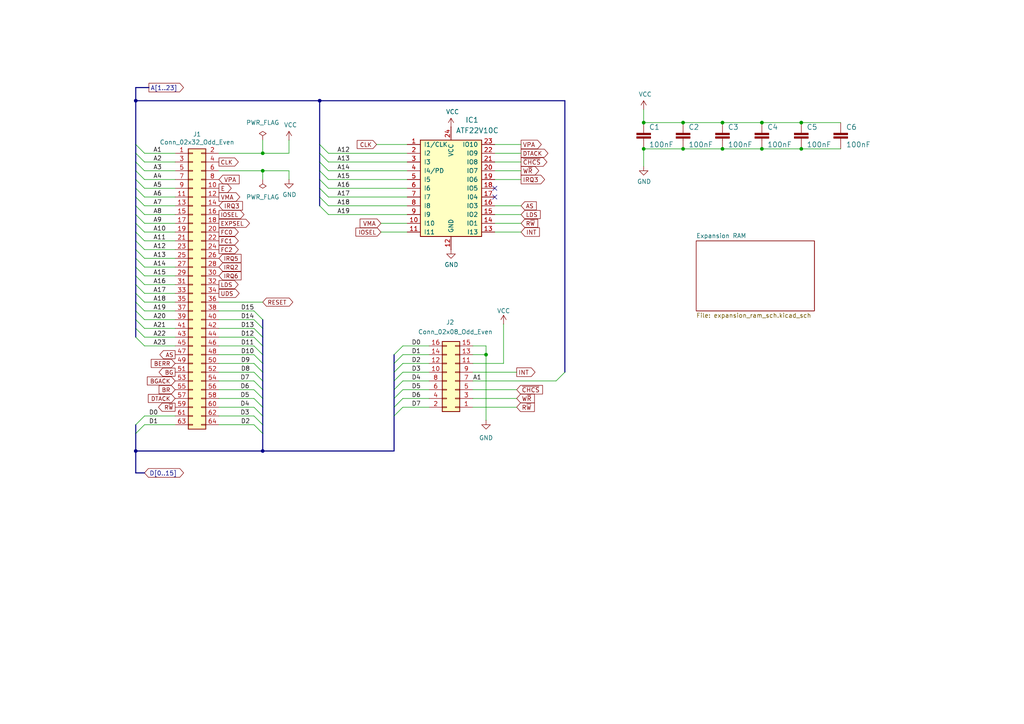
<source format=kicad_sch>
(kicad_sch (version 20231120) (generator "eeschema") (generator_version "8.0")
  (paper "A4")
  (lib_symbols
    (symbol "Connector_Generic:Conn_02x08_Odd_Even" (pin_names (offset 1.016) hide)
      (property "Reference" "J" (at 1.27 10.16 0))
      (property "Value" "Conn_02x08_Odd_Even" (at 1.27 -12.7 0))
      (symbol "Conn_02x08_Odd_Even_1_1"
        (rectangle (start -1.27 -10.033) (end 0 -10.287) (stroke (width 0.1524)))
        (rectangle (start -1.27 -7.493) (end 0 -7.747) (stroke (width 0.1524)))
        (rectangle (start -1.27 -4.953) (end 0 -5.207) (stroke (width 0.1524)))
        (rectangle (start -1.27 -2.413) (end 0 -2.667) (stroke (width 0.1524)))
        (rectangle (start -1.27 0.127) (end 0 -0.127) (stroke (width 0.1524)))
        (rectangle (start -1.27 2.667) (end 0 2.413) (stroke (width 0.1524)))
        (rectangle (start -1.27 5.207) (end 0 4.953) (stroke (width 0.1524)))
        (rectangle (start -1.27 7.747) (end 0 7.493) (stroke (width 0.1524)))
        (rectangle (start -1.27 8.89) (end 3.81 -11.43) (stroke (width 0.254)) (fill (type background)))
        (rectangle (start 3.81 -10.033) (end 2.54 -10.287) (stroke (width 0.1524)))
        (rectangle (start 3.81 -7.493) (end 2.54 -7.747) (stroke (width 0.1524)))
        (rectangle (start 3.81 -4.953) (end 2.54 -5.207) (stroke (width 0.1524)))
        (rectangle (start 3.81 -2.413) (end 2.54 -2.667) (stroke (width 0.1524)))
        (rectangle (start 3.81 0.127) (end 2.54 -0.127) (stroke (width 0.1524)))
        (rectangle (start 3.81 2.667) (end 2.54 2.413) (stroke (width 0.1524)))
        (rectangle (start 3.81 5.207) (end 2.54 4.953) (stroke (width 0.1524)))
        (rectangle (start 3.81 7.747) (end 2.54 7.493) (stroke (width 0.1524)))
        (pin passive line (at -5.08 7.62 0) (length 3.81) (name "Pin_1") (number "1"))
        (pin passive line (at 7.62 -2.54 180) (length 3.81) (name "Pin_10") (number "10"))
        (pin passive line (at -5.08 -5.08 0) (length 3.81) (name "Pin_11") (number "11"))
        (pin passive line (at 7.62 -5.08 180) (length 3.81) (name "Pin_12") (number "12"))
        (pin passive line (at -5.08 -7.62 0) (length 3.81) (name "Pin_13") (number "13"))
        (pin passive line (at 7.62 -7.62 180) (length 3.81) (name "Pin_14") (number "14"))
        (pin passive line (at -5.08 -10.16 0) (length 3.81) (name "Pin_15") (number "15"))
        (pin passive line (at 7.62 -10.16 180) (length 3.81) (name "Pin_16") (number "16"))
        (pin passive line (at 7.62 7.62 180) (length 3.81) (name "Pin_2") (number "2"))
        (pin passive line (at -5.08 5.08 0) (length 3.81) (name "Pin_3") (number "3"))
        (pin passive line (at 7.62 5.08 180) (length 3.81) (name "Pin_4") (number "4"))
        (pin passive line (at -5.08 2.54 0) (length 3.81) (name "Pin_5") (number "5"))
        (pin passive line (at 7.62 2.54 180) (length 3.81) (name "Pin_6") (number "6"))
        (pin passive line (at -5.08 0 0) (length 3.81) (name "Pin_7") (number "7"))
        (pin passive line (at 7.62 0 180) (length 3.81) (name "Pin_8") (number "8"))
        (pin passive line (at -5.08 -2.54 0) (length 3.81) (name "Pin_9") (number "9"))
      )
    )
    (symbol "Connector_Generic:Conn_02x32_Odd_Even" (pin_names (offset 1.016) hide)
      (property "Reference" "J" (at 1.27 40.64 0))
      (property "Value" "Conn_02x32_Odd_Even" (at 1.27 -43.18 0))
      (symbol "Conn_02x32_Odd_Even_1_1"
        (rectangle (start -1.27 -40.513) (end 0 -40.767) (stroke (width 0.1524)))
        (rectangle (start -1.27 -37.973) (end 0 -38.227) (stroke (width 0.1524)))
        (rectangle (start -1.27 -35.433) (end 0 -35.687) (stroke (width 0.1524)))
        (rectangle (start -1.27 -32.893) (end 0 -33.147) (stroke (width 0.1524)))
        (rectangle (start -1.27 -30.353) (end 0 -30.607) (stroke (width 0.1524)))
        (rectangle (start -1.27 -27.813) (end 0 -28.067) (stroke (width 0.1524)))
        (rectangle (start -1.27 -25.273) (end 0 -25.527) (stroke (width 0.1524)))
        (rectangle (start -1.27 -22.733) (end 0 -22.987) (stroke (width 0.1524)))
        (rectangle (start -1.27 -20.193) (end 0 -20.447) (stroke (width 0.1524)))
        (rectangle (start -1.27 -17.653) (end 0 -17.907) (stroke (width 0.1524)))
        (rectangle (start -1.27 -15.113) (end 0 -15.367) (stroke (width 0.1524)))
        (rectangle (start -1.27 -12.573) (end 0 -12.827) (stroke (width 0.1524)))
        (rectangle (start -1.27 -10.033) (end 0 -10.287) (stroke (width 0.1524)))
        (rectangle (start -1.27 -7.493) (end 0 -7.747) (stroke (width 0.1524)))
        (rectangle (start -1.27 -4.953) (end 0 -5.207) (stroke (width 0.1524)))
        (rectangle (start -1.27 -2.413) (end 0 -2.667) (stroke (width 0.1524)))
        (rectangle (start -1.27 0.127) (end 0 -0.127) (stroke (width 0.1524)))
        (rectangle (start -1.27 2.667) (end 0 2.413) (stroke (width 0.1524)))
        (rectangle (start -1.27 5.207) (end 0 4.953) (stroke (width 0.1524)))
        (rectangle (start -1.27 7.747) (end 0 7.493) (stroke (width 0.1524)))
        (rectangle (start -1.27 10.287) (end 0 10.033) (stroke (width 0.1524)))
        (rectangle (start -1.27 12.827) (end 0 12.573) (stroke (width 0.1524)))
        (rectangle (start -1.27 15.367) (end 0 15.113) (stroke (width 0.1524)))
        (rectangle (start -1.27 17.907) (end 0 17.653) (stroke (width 0.1524)))
        (rectangle (start -1.27 20.447) (end 0 20.193) (stroke (width 0.1524)))
        (rectangle (start -1.27 22.987) (end 0 22.733) (stroke (width 0.1524)))
        (rectangle (start -1.27 25.527) (end 0 25.273) (stroke (width 0.1524)))
        (rectangle (start -1.27 28.067) (end 0 27.813) (stroke (width 0.1524)))
        (rectangle (start -1.27 30.607) (end 0 30.353) (stroke (width 0.1524)))
        (rectangle (start -1.27 33.147) (end 0 32.893) (stroke (width 0.1524)))
        (rectangle (start -1.27 35.687) (end 0 35.433) (stroke (width 0.1524)))
        (rectangle (start -1.27 38.227) (end 0 37.973) (stroke (width 0.1524)))
        (rectangle (start -1.27 39.37) (end 3.81 -41.91) (stroke (width 0.254)) (fill (type background)))
        (rectangle (start 3.81 -40.513) (end 2.54 -40.767) (stroke (width 0.1524)))
        (rectangle (start 3.81 -37.973) (end 2.54 -38.227) (stroke (width 0.1524)))
        (rectangle (start 3.81 -35.433) (end 2.54 -35.687) (stroke (width 0.1524)))
        (rectangle (start 3.81 -32.893) (end 2.54 -33.147) (stroke (width 0.1524)))
        (rectangle (start 3.81 -30.353) (end 2.54 -30.607) (stroke (width 0.1524)))
        (rectangle (start 3.81 -27.813) (end 2.54 -28.067) (stroke (width 0.1524)))
        (rectangle (start 3.81 -25.273) (end 2.54 -25.527) (stroke (width 0.1524)))
        (rectangle (start 3.81 -22.733) (end 2.54 -22.987) (stroke (width 0.1524)))
        (rectangle (start 3.81 -20.193) (end 2.54 -20.447) (stroke (width 0.1524)))
        (rectangle (start 3.81 -17.653) (end 2.54 -17.907) (stroke (width 0.1524)))
        (rectangle (start 3.81 -15.113) (end 2.54 -15.367) (stroke (width 0.1524)))
        (rectangle (start 3.81 -12.573) (end 2.54 -12.827) (stroke (width 0.1524)))
        (rectangle (start 3.81 -10.033) (end 2.54 -10.287) (stroke (width 0.1524)))
        (rectangle (start 3.81 -7.493) (end 2.54 -7.747) (stroke (width 0.1524)))
        (rectangle (start 3.81 -4.953) (end 2.54 -5.207) (stroke (width 0.1524)))
        (rectangle (start 3.81 -2.413) (end 2.54 -2.667) (stroke (width 0.1524)))
        (rectangle (start 3.81 0.127) (end 2.54 -0.127) (stroke (width 0.1524)))
        (rectangle (start 3.81 2.667) (end 2.54 2.413) (stroke (width 0.1524)))
        (rectangle (start 3.81 5.207) (end 2.54 4.953) (stroke (width 0.1524)))
        (rectangle (start 3.81 7.747) (end 2.54 7.493) (stroke (width 0.1524)))
        (rectangle (start 3.81 10.287) (end 2.54 10.033) (stroke (width 0.1524)))
        (rectangle (start 3.81 12.827) (end 2.54 12.573) (stroke (width 0.1524)))
        (rectangle (start 3.81 15.367) (end 2.54 15.113) (stroke (width 0.1524)))
        (rectangle (start 3.81 17.907) (end 2.54 17.653) (stroke (width 0.1524)))
        (rectangle (start 3.81 20.447) (end 2.54 20.193) (stroke (width 0.1524)))
        (rectangle (start 3.81 22.987) (end 2.54 22.733) (stroke (width 0.1524)))
        (rectangle (start 3.81 25.527) (end 2.54 25.273) (stroke (width 0.1524)))
        (rectangle (start 3.81 28.067) (end 2.54 27.813) (stroke (width 0.1524)))
        (rectangle (start 3.81 30.607) (end 2.54 30.353) (stroke (width 0.1524)))
        (rectangle (start 3.81 33.147) (end 2.54 32.893) (stroke (width 0.1524)))
        (rectangle (start 3.81 35.687) (end 2.54 35.433) (stroke (width 0.1524)))
        (rectangle (start 3.81 38.227) (end 2.54 37.973) (stroke (width 0.1524)))
        (pin passive line (at -5.08 38.1 0) (length 3.81) (name "Pin_1") (number "1"))
        (pin passive line (at 7.62 27.94 180) (length 3.81) (name "Pin_10") (number "10"))
        (pin passive line (at -5.08 25.4 0) (length 3.81) (name "Pin_11") (number "11"))
        (pin passive line (at 7.62 25.4 180) (length 3.81) (name "Pin_12") (number "12"))
        (pin passive line (at -5.08 22.86 0) (length 3.81) (name "Pin_13") (number "13"))
        (pin passive line (at 7.62 22.86 180) (length 3.81) (name "Pin_14") (number "14"))
        (pin passive line (at -5.08 20.32 0) (length 3.81) (name "Pin_15") (number "15"))
        (pin passive line (at 7.62 20.32 180) (length 3.81) (name "Pin_16") (number "16"))
        (pin passive line (at -5.08 17.78 0) (length 3.81) (name "Pin_17") (number "17"))
        (pin passive line (at 7.62 17.78 180) (length 3.81) (name "Pin_18") (number "18"))
        (pin passive line (at -5.08 15.24 0) (length 3.81) (name "Pin_19") (number "19"))
        (pin passive line (at 7.62 38.1 180) (length 3.81) (name "Pin_2") (number "2"))
        (pin passive line (at 7.62 15.24 180) (length 3.81) (name "Pin_20") (number "20"))
        (pin passive line (at -5.08 12.7 0) (length 3.81) (name "Pin_21") (number "21"))
        (pin passive line (at 7.62 12.7 180) (length 3.81) (name "Pin_22") (number "22"))
        (pin passive line (at -5.08 10.16 0) (length 3.81) (name "Pin_23") (number "23"))
        (pin passive line (at 7.62 10.16 180) (length 3.81) (name "Pin_24") (number "24"))
        (pin passive line (at -5.08 7.62 0) (length 3.81) (name "Pin_25") (number "25"))
        (pin passive line (at 7.62 7.62 180) (length 3.81) (name "Pin_26") (number "26"))
        (pin passive line (at -5.08 5.08 0) (length 3.81) (name "Pin_27") (number "27"))
        (pin passive line (at 7.62 5.08 180) (length 3.81) (name "Pin_28") (number "28"))
        (pin passive line (at -5.08 2.54 0) (length 3.81) (name "Pin_29") (number "29"))
        (pin passive line (at -5.08 35.56 0) (length 3.81) (name "Pin_3") (number "3"))
        (pin passive line (at 7.62 2.54 180) (length 3.81) (name "Pin_30") (number "30"))
        (pin passive line (at -5.08 0 0) (length 3.81) (name "Pin_31") (number "31"))
        (pin passive line (at 7.62 0 180) (length 3.81) (name "Pin_32") (number "32"))
        (pin passive line (at -5.08 -2.54 0) (length 3.81) (name "Pin_33") (number "33"))
        (pin passive line (at 7.62 -2.54 180) (length 3.81) (name "Pin_34") (number "34"))
        (pin passive line (at -5.08 -5.08 0) (length 3.81) (name "Pin_35") (number "35"))
        (pin passive line (at 7.62 -5.08 180) (length 3.81) (name "Pin_36") (number "36"))
        (pin passive line (at -5.08 -7.62 0) (length 3.81) (name "Pin_37") (number "37"))
        (pin passive line (at 7.62 -7.62 180) (length 3.81) (name "Pin_38") (number "38"))
        (pin passive line (at -5.08 -10.16 0) (length 3.81) (name "Pin_39") (number "39"))
        (pin passive line (at 7.62 35.56 180) (length 3.81) (name "Pin_4") (number "4"))
        (pin passive line (at 7.62 -10.16 180) (length 3.81) (name "Pin_40") (number "40"))
        (pin passive line (at -5.08 -12.7 0) (length 3.81) (name "Pin_41") (number "41"))
        (pin passive line (at 7.62 -12.7 180) (length 3.81) (name "Pin_42") (number "42"))
        (pin passive line (at -5.08 -15.24 0) (length 3.81) (name "Pin_43") (number "43"))
        (pin passive line (at 7.62 -15.24 180) (length 3.81) (name "Pin_44") (number "44"))
        (pin passive line (at -5.08 -17.78 0) (length 3.81) (name "Pin_45") (number "45"))
        (pin passive line (at 7.62 -17.78 180) (length 3.81) (name "Pin_46") (number "46"))
        (pin passive line (at -5.08 -20.32 0) (length 3.81) (name "Pin_47") (number "47"))
        (pin passive line (at 7.62 -20.32 180) (length 3.81) (name "Pin_48") (number "48"))
        (pin passive line (at -5.08 -22.86 0) (length 3.81) (name "Pin_49") (number "49"))
        (pin passive line (at -5.08 33.02 0) (length 3.81) (name "Pin_5") (number "5"))
        (pin passive line (at 7.62 -22.86 180) (length 3.81) (name "Pin_50") (number "50"))
        (pin passive line (at -5.08 -25.4 0) (length 3.81) (name "Pin_51") (number "51"))
        (pin passive line (at 7.62 -25.4 180) (length 3.81) (name "Pin_52") (number "52"))
        (pin passive line (at -5.08 -27.94 0) (length 3.81) (name "Pin_53") (number "53"))
        (pin passive line (at 7.62 -27.94 180) (length 3.81) (name "Pin_54") (number "54"))
        (pin passive line (at -5.08 -30.48 0) (length 3.81) (name "Pin_55") (number "55"))
        (pin passive line (at 7.62 -30.48 180) (length 3.81) (name "Pin_56") (number "56"))
        (pin passive line (at -5.08 -33.02 0) (length 3.81) (name "Pin_57") (number "57"))
        (pin passive line (at 7.62 -33.02 180) (length 3.81) (name "Pin_58") (number "58"))
        (pin passive line (at -5.08 -35.56 0) (length 3.81) (name "Pin_59") (number "59"))
        (pin passive line (at 7.62 33.02 180) (length 3.81) (name "Pin_6") (number "6"))
        (pin passive line (at 7.62 -35.56 180) (length 3.81) (name "Pin_60") (number "60"))
        (pin passive line (at -5.08 -38.1 0) (length 3.81) (name "Pin_61") (number "61"))
        (pin passive line (at 7.62 -38.1 180) (length 3.81) (name "Pin_62") (number "62"))
        (pin passive line (at -5.08 -40.64 0) (length 3.81) (name "Pin_63") (number "63"))
        (pin passive line (at 7.62 -40.64 180) (length 3.81) (name "Pin_64") (number "64"))
        (pin passive line (at -5.08 30.48 0) (length 3.81) (name "Pin_7") (number "7"))
        (pin passive line (at 7.62 30.48 180) (length 3.81) (name "Pin_8") (number "8"))
        (pin passive line (at -5.08 27.94 0) (length 3.81) (name "Pin_9") (number "9"))
      )
    )
    (symbol "power:GND" (power) (pin_numbers hide) (pin_names (offset 0) hide)
      (property "Value" "GND" (at 0 -3.81 0))
      (symbol "GND_0_1"
        (polyline (pts (xy 0 0) (xy 0 -1.27) (xy 1.27 -1.27) (xy 0 -2.54) (xy -1.27 -1.27) (xy 0 -1.27)))
      )
      (symbol "GND_1_1"
        (pin power_in line (at 0 0 270) (length 0) (name "~") (number "1"))
      )
    )
    (symbol "power:PWR_FLAG" (power) (pin_numbers hide) (pin_names (offset 0) hide)
      (property "Value" "PWR_FLAG" (at 0 3.81 0))
      (symbol "PWR_FLAG_0_0"
        (pin power_out line (at 0 0 90) (length 0) (name "~") (number "1"))
      )
      (symbol "PWR_FLAG_0_1"
        (polyline (pts (xy 0 0) (xy 0 1.27) (xy -1.016 1.905) (xy 0 2.54) (xy 1.016 1.905) (xy 0 1.27)))
      )
    )
    (symbol "power:VCC" (power) (pin_numbers hide) (pin_names (offset 0) hide)
      (property "Value" "VCC" (at 0 3.556 0))
      (symbol "VCC_0_1"
        (polyline (pts (xy -0.762 1.27) (xy 0 2.54)))
        (polyline (pts (xy 0 0) (xy 0 2.54)))
        (polyline (pts (xy 0 2.54) (xy 0.762 1.27)))
      )
      (symbol "VCC_1_1"
        (pin power_in line (at 0 0 90) (length 0) (name "~") (number "1"))
      )
    )
    (symbol "rosco_m68k-eagle-import:C2,5-3" (pin_names (offset 1.016))
      (property "Reference" "C" (at 1.524 0.381 0))
      (property "Value" "C2,5-3" (at 1.524 -4.699 0))
      (symbol "C2,5-3_1_0"
        (rectangle (start -2.032 -2.032) (end 2.032 -1.524) (fill (type outline)))
        (rectangle (start -2.032 -1.016) (end 2.032 -0.508) (fill (type outline)))
        (polyline (pts (xy 0 -2.54) (xy 0 -2.032)))
        (polyline (pts (xy 0 0) (xy 0 -0.508)))
        (pin passive line (at 0 2.54 270) (length 2.54) (name "1") (number "1"))
        (pin passive line (at 0 -5.08 90) (length 2.54) (name "2") (number "2"))
      )
    )
    (symbol "rosco_m68k-rescue:GAL22V10" (pin_names (offset 1.016))
      (property "Reference" "IC" (at -8.89 16.51 0))
      (property "Value" "GAL22V10" (at 1.27 16.51 0))
      (symbol "GAL22V10_0_0"
        (pin power_in line (at 0 -17.78 90) (length 3.81) (name "GND") (number "12"))
        (pin power_in line (at 0 17.78 270) (length 3.81) (name "VCC") (number "24"))
      )
      (symbol "GAL22V10_0_1"
        (rectangle (start -8.89 13.97) (end 8.89 -13.97) (stroke (width 0.254)) (fill (type background)))
      )
      (symbol "GAL22V10_1_1"
        (pin input line (at -12.7 12.7 0) (length 3.81) (name "I1/CLK") (number "1"))
        (pin input line (at -12.7 -10.16 0) (length 3.81) (name "I10") (number "10"))
        (pin input line (at -12.7 -12.7 0) (length 3.81) (name "I11") (number "11"))
        (pin input line (at 12.7 -12.7 180) (length 3.81) (name "I13") (number "13"))
        (pin bidirectional line (at 12.7 -10.16 180) (length 3.81) (name "IO1") (number "14"))
        (pin bidirectional line (at 12.7 -7.62 180) (length 3.81) (name "IO2") (number "15"))
        (pin bidirectional line (at 12.7 -5.08 180) (length 3.81) (name "IO3") (number "16"))
        (pin bidirectional line (at 12.7 -2.54 180) (length 3.81) (name "I04") (number "17"))
        (pin bidirectional line (at 12.7 0 180) (length 3.81) (name "IO5") (number "18"))
        (pin bidirectional line (at 12.7 2.54 180) (length 3.81) (name "IO6") (number "19"))
        (pin input line (at -12.7 10.16 0) (length 3.81) (name "I2") (number "2"))
        (pin bidirectional line (at 12.7 5.08 180) (length 3.81) (name "IO7") (number "20"))
        (pin bidirectional line (at 12.7 7.62 180) (length 3.81) (name "IO8") (number "21"))
        (pin bidirectional line (at 12.7 10.16 180) (length 3.81) (name "IO9") (number "22"))
        (pin bidirectional line (at 12.7 12.7 180) (length 3.81) (name "IO10") (number "23"))
        (pin input line (at -12.7 7.62 0) (length 3.81) (name "I3") (number "3"))
        (pin input line (at -12.7 5.08 0) (length 3.81) (name "I4/PD") (number "4"))
        (pin input line (at -12.7 2.54 0) (length 3.81) (name "I5") (number "5"))
        (pin input line (at -12.7 0 0) (length 3.81) (name "I6") (number "6"))
        (pin input line (at -12.7 -2.54 0) (length 3.81) (name "I7") (number "7"))
        (pin input line (at -12.7 -5.08 0) (length 3.81) (name "I8") (number "8"))
        (pin input line (at -12.7 -7.62 0) (length 3.81) (name "I9") (number "9"))
      )
    )
  )
  (junction (at 76.2 49.53))
  (junction (at 209.55 43.18))
  (junction (at 92.71 29.21))
  (junction (at 220.98 35.56))
  (junction (at 232.41 43.18))
  (junction (at 198.12 35.56))
  (junction (at 220.98 43.18))
  (junction (at 198.12 43.18))
  (junction (at 39.37 29.21))
  (junction (at 39.37 130.81))
  (junction (at 209.55 35.56))
  (junction (at 140.97 102.87))
  (junction (at 76.2 44.45))
  (junction (at 76.2 130.81))
  (junction (at 232.41 35.56))
  (junction (at 186.69 43.18))
  (junction (at 186.69 35.56))
  (no_connect (at 143.51 54.61))
  (no_connect (at 143.51 57.15))
  (bus_entry (at 92.71 59.69) (size 2.54 2.54))
  (bus_entry (at 39.37 82.55) (size 2.54 2.54))
  (bus_entry (at 39.37 87.63) (size 2.54 2.54))
  (bus_entry (at 39.37 52.07) (size 2.54 2.54))
  (bus_entry (at 39.37 64.77) (size 2.54 2.54))
  (bus_entry (at 73.66 90.17) (size 2.54 2.54))
  (bus_entry (at 92.71 41.91) (size 2.54 2.54))
  (bus_entry (at 73.66 105.41) (size 2.54 2.54))
  (bus_entry (at 73.66 95.25) (size 2.54 2.54))
  (bus_entry (at 92.71 44.45) (size 2.54 2.54))
  (bus_entry (at 73.66 118.11) (size 2.54 2.54))
  (bus_entry (at 73.66 92.71) (size 2.54 2.54))
  (bus_entry (at 39.37 80.01) (size 2.54 2.54))
  (bus_entry (at 114.3 118.11) (size 2.54 -2.54))
  (bus_entry (at 39.37 46.99) (size 2.54 2.54))
  (bus_entry (at 39.37 123.19) (size 2.54 -2.54))
  (bus_entry (at 39.37 59.69) (size 2.54 2.54))
  (bus_entry (at 39.37 90.17) (size 2.54 2.54))
  (bus_entry (at 39.37 77.47) (size 2.54 2.54))
  (bus_entry (at 73.66 107.95) (size 2.54 2.54))
  (bus_entry (at 114.3 115.57) (size 2.54 -2.54))
  (bus_entry (at 39.37 54.61) (size 2.54 2.54))
  (bus_entry (at 92.71 57.15) (size 2.54 2.54))
  (bus_entry (at 73.66 120.65) (size 2.54 2.54))
  (bus_entry (at 39.37 72.39) (size 2.54 2.54))
  (bus_entry (at 39.37 49.53) (size 2.54 2.54))
  (bus_entry (at 73.66 100.33) (size 2.54 2.54))
  (bus_entry (at 114.3 110.49) (size 2.54 -2.54))
  (bus_entry (at 39.37 57.15) (size 2.54 2.54))
  (bus_entry (at 39.37 125.73) (size 2.54 -2.54))
  (bus_entry (at 114.3 102.87) (size 2.54 -2.54))
  (bus_entry (at 39.37 92.71) (size 2.54 2.54))
  (bus_entry (at 114.3 113.03) (size 2.54 -2.54))
  (bus_entry (at 114.3 120.65) (size 2.54 -2.54))
  (bus_entry (at 39.37 41.91) (size 2.54 2.54))
  (bus_entry (at 73.66 110.49) (size 2.54 2.54))
  (bus_entry (at 73.66 115.57) (size 2.54 2.54))
  (bus_entry (at 114.3 107.95) (size 2.54 -2.54))
  (bus_entry (at 161.29 110.49) (size 2.54 -2.54))
  (bus_entry (at 114.3 105.41) (size 2.54 -2.54))
  (bus_entry (at 39.37 95.25) (size 2.54 2.54))
  (bus_entry (at 73.66 113.03) (size 2.54 2.54))
  (bus_entry (at 39.37 69.85) (size 2.54 2.54))
  (bus_entry (at 73.66 97.79) (size 2.54 2.54))
  (bus_entry (at 92.71 49.53) (size 2.54 2.54))
  (bus_entry (at 92.71 54.61) (size 2.54 2.54))
  (bus_entry (at 39.37 85.09) (size 2.54 2.54))
  (bus_entry (at 39.37 74.93) (size 2.54 2.54))
  (bus_entry (at 39.37 67.31) (size 2.54 2.54))
  (bus_entry (at 39.37 62.23) (size 2.54 2.54))
  (bus_entry (at 73.66 123.19) (size 2.54 2.54))
  (bus_entry (at 92.71 52.07) (size 2.54 2.54))
  (bus_entry (at 73.66 102.87) (size 2.54 2.54))
  (bus_entry (at 92.71 46.99) (size 2.54 2.54))
  (bus_entry (at 39.37 97.79) (size 2.54 2.54))
  (bus_entry (at 39.37 44.45) (size 2.54 2.54))
  (bus (pts (xy 39.37 77.47) (xy 39.37 74.93)))
  (wire (pts (xy 116.84 102.87) (xy 124.46 102.87)))
  (bus (pts (xy 39.37 90.17) (xy 39.37 87.63)))
  (wire (pts (xy 41.91 87.63) (xy 50.8 87.63)))
  (bus (pts (xy 39.37 64.77) (xy 39.37 62.23)))
  (bus (pts (xy 39.37 25.4) (xy 39.37 29.21)))
  (bus (pts (xy 76.2 95.25) (xy 76.2 97.79)))
  (wire (pts (xy 116.84 113.03) (xy 124.46 113.03)))
  (bus (pts (xy 39.37 57.15) (xy 39.37 54.61)))
  (wire (pts (xy 63.5 95.25) (xy 73.66 95.25)))
  (bus (pts (xy 92.71 41.91) (xy 92.71 44.45)))
  (wire (pts (xy 137.16 105.41) (xy 146.05 105.41)))
  (wire (pts (xy 41.91 69.85) (xy 50.8 69.85)))
  (wire (pts (xy 137.16 115.57) (xy 149.86 115.57)))
  (wire (pts (xy 109.22 41.91) (xy 118.11 41.91)))
  (bus (pts (xy 76.2 92.71) (xy 76.2 95.25)))
  (bus (pts (xy 39.37 41.91) (xy 39.37 29.21)))
  (wire (pts (xy 41.91 44.45) (xy 50.8 44.45)))
  (wire (pts (xy 137.16 118.11) (xy 149.86 118.11)))
  (wire (pts (xy 116.84 118.11) (xy 124.46 118.11)))
  (bus (pts (xy 41.91 137.16) (xy 39.37 137.16)))
  (bus (pts (xy 43.18 25.4) (xy 39.37 25.4)))
  (bus (pts (xy 92.71 29.21) (xy 92.71 41.91)))
  (wire (pts (xy 137.16 110.49) (xy 161.29 110.49)))
  (wire (pts (xy 41.91 100.33) (xy 50.8 100.33)))
  (wire (pts (xy 209.55 35.56) (xy 220.98 35.56)))
  (wire (pts (xy 41.91 97.79) (xy 50.8 97.79)))
  (bus (pts (xy 39.37 82.55) (xy 39.37 80.01)))
  (bus (pts (xy 39.37 69.85) (xy 39.37 67.31)))
  (bus (pts (xy 92.71 49.53) (xy 92.71 52.07)))
  (wire (pts (xy 95.25 49.53) (xy 118.11 49.53)))
  (wire (pts (xy 143.51 44.45) (xy 151.13 44.45)))
  (bus (pts (xy 39.37 97.79) (xy 39.37 95.25)))
  (wire (pts (xy 95.25 59.69) (xy 118.11 59.69)))
  (wire (pts (xy 143.51 59.69) (xy 151.13 59.69)))
  (wire (pts (xy 186.69 35.56) (xy 198.12 35.56)))
  (wire (pts (xy 41.91 80.01) (xy 50.8 80.01)))
  (bus (pts (xy 39.37 125.73) (xy 39.37 130.81)))
  (bus (pts (xy 39.37 95.25) (xy 39.37 92.71)))
  (wire (pts (xy 137.16 102.87) (xy 140.97 102.87)))
  (wire (pts (xy 110.49 67.31) (xy 118.11 67.31)))
  (wire (pts (xy 209.55 43.18) (xy 220.98 43.18)))
  (bus (pts (xy 114.3 107.95) (xy 114.3 110.49)))
  (bus (pts (xy 163.83 29.21) (xy 163.83 107.95)))
  (wire (pts (xy 140.97 100.33) (xy 140.97 102.87)))
  (wire (pts (xy 63.5 118.11) (xy 73.66 118.11)))
  (bus (pts (xy 39.37 72.39) (xy 39.37 69.85)))
  (wire (pts (xy 116.84 100.33) (xy 124.46 100.33)))
  (wire (pts (xy 63.5 120.65) (xy 73.66 120.65)))
  (bus (pts (xy 76.2 130.81) (xy 39.37 130.81)))
  (wire (pts (xy 41.91 54.61) (xy 50.8 54.61)))
  (bus (pts (xy 39.37 137.16) (xy 39.37 130.81)))
  (bus (pts (xy 114.3 120.65) (xy 114.3 130.81)))
  (bus (pts (xy 39.37 52.07) (xy 39.37 49.53)))
  (wire (pts (xy 63.5 113.03) (xy 73.66 113.03)))
  (bus (pts (xy 39.37 49.53) (xy 39.37 46.99)))
  (wire (pts (xy 63.5 107.95) (xy 73.66 107.95)))
  (bus (pts (xy 39.37 54.61) (xy 39.37 52.07)))
  (wire (pts (xy 76.2 49.53) (xy 76.2 52.07)))
  (wire (pts (xy 143.51 49.53) (xy 151.13 49.53)))
  (bus (pts (xy 76.2 125.73) (xy 76.2 130.81)))
  (bus (pts (xy 76.2 107.95) (xy 76.2 110.49)))
  (bus (pts (xy 92.71 54.61) (xy 92.71 57.15)))
  (wire (pts (xy 63.5 97.79) (xy 73.66 97.79)))
  (wire (pts (xy 41.91 67.31) (xy 50.8 67.31)))
  (wire (pts (xy 95.25 52.07) (xy 118.11 52.07)))
  (bus (pts (xy 92.71 57.15) (xy 92.71 59.69)))
  (wire (pts (xy 220.98 43.18) (xy 232.41 43.18)))
  (bus (pts (xy 114.3 110.49) (xy 114.3 113.03)))
  (bus (pts (xy 76.2 97.79) (xy 76.2 100.33)))
  (wire (pts (xy 41.91 57.15) (xy 50.8 57.15)))
  (wire (pts (xy 76.2 44.45) (xy 83.82 44.45)))
  (bus (pts (xy 39.37 85.09) (xy 39.37 82.55)))
  (wire (pts (xy 95.25 46.99) (xy 118.11 46.99)))
  (wire (pts (xy 41.91 49.53) (xy 50.8 49.53)))
  (bus (pts (xy 92.71 44.45) (xy 92.71 46.99)))
  (wire (pts (xy 198.12 43.18) (xy 209.55 43.18)))
  (bus (pts (xy 92.71 29.21) (xy 163.83 29.21)))
  (wire (pts (xy 137.16 107.95) (xy 149.86 107.95)))
  (wire (pts (xy 63.5 110.49) (xy 73.66 110.49)))
  (wire (pts (xy 41.91 74.93) (xy 50.8 74.93)))
  (wire (pts (xy 116.84 107.95) (xy 124.46 107.95)))
  (wire (pts (xy 41.91 59.69) (xy 50.8 59.69)))
  (wire (pts (xy 63.5 102.87) (xy 73.66 102.87)))
  (wire (pts (xy 232.41 35.56) (xy 243.84 35.56)))
  (wire (pts (xy 41.91 95.25) (xy 50.8 95.25)))
  (wire (pts (xy 63.5 90.17) (xy 73.66 90.17)))
  (wire (pts (xy 95.25 57.15) (xy 118.11 57.15)))
  (wire (pts (xy 41.91 62.23) (xy 50.8 62.23)))
  (wire (pts (xy 186.69 48.26) (xy 186.69 43.18)))
  (wire (pts (xy 41.91 72.39) (xy 50.8 72.39)))
  (wire (pts (xy 95.25 44.45) (xy 118.11 44.45)))
  (wire (pts (xy 76.2 49.53) (xy 83.82 49.53)))
  (wire (pts (xy 83.82 40.64) (xy 83.82 44.45)))
  (bus (pts (xy 114.3 102.87) (xy 114.3 105.41)))
  (wire (pts (xy 137.16 100.33) (xy 140.97 100.33)))
  (wire (pts (xy 63.5 49.53) (xy 76.2 49.53)))
  (wire (pts (xy 116.84 105.41) (xy 124.46 105.41)))
  (wire (pts (xy 63.5 44.45) (xy 76.2 44.45)))
  (wire (pts (xy 76.2 40.64) (xy 76.2 44.45)))
  (wire (pts (xy 143.51 62.23) (xy 151.13 62.23)))
  (wire (pts (xy 95.25 62.23) (xy 118.11 62.23)))
  (bus (pts (xy 39.37 29.21) (xy 92.71 29.21)))
  (wire (pts (xy 186.69 43.18) (xy 198.12 43.18)))
  (wire (pts (xy 63.5 105.41) (xy 73.66 105.41)))
  (wire (pts (xy 95.25 54.61) (xy 118.11 54.61)))
  (wire (pts (xy 220.98 35.56) (xy 232.41 35.56)))
  (bus (pts (xy 39.37 44.45) (xy 39.37 41.91)))
  (wire (pts (xy 41.91 64.77) (xy 50.8 64.77)))
  (wire (pts (xy 143.51 46.99) (xy 151.13 46.99)))
  (wire (pts (xy 186.69 31.75) (xy 186.69 35.56)))
  (bus (pts (xy 76.2 115.57) (xy 76.2 118.11)))
  (bus (pts (xy 39.37 80.01) (xy 39.37 77.47)))
  (wire (pts (xy 143.51 52.07) (xy 151.13 52.07)))
  (wire (pts (xy 146.05 105.41) (xy 146.05 93.98)))
  (wire (pts (xy 63.5 123.19) (xy 73.66 123.19)))
  (bus (pts (xy 76.2 123.19) (xy 76.2 125.73)))
  (wire (pts (xy 116.84 110.49) (xy 124.46 110.49)))
  (wire (pts (xy 41.91 46.99) (xy 50.8 46.99)))
  (bus (pts (xy 76.2 110.49) (xy 76.2 113.03)))
  (bus (pts (xy 114.3 113.03) (xy 114.3 115.57)))
  (wire (pts (xy 76.2 87.63) (xy 63.5 87.63)))
  (wire (pts (xy 232.41 43.18) (xy 243.84 43.18)))
  (bus (pts (xy 76.2 113.03) (xy 76.2 115.57)))
  (wire (pts (xy 143.51 64.77) (xy 151.13 64.77)))
  (wire (pts (xy 83.82 49.53) (xy 83.82 52.07)))
  (wire (pts (xy 41.91 77.47) (xy 50.8 77.47)))
  (wire (pts (xy 137.16 113.03) (xy 149.86 113.03)))
  (bus (pts (xy 39.37 123.19) (xy 39.37 125.73)))
  (bus (pts (xy 76.2 100.33) (xy 76.2 102.87)))
  (bus (pts (xy 39.37 67.31) (xy 39.37 64.77)))
  (wire (pts (xy 198.12 35.56) (xy 209.55 35.56)))
  (bus (pts (xy 39.37 46.99) (xy 39.37 44.45)))
  (wire (pts (xy 143.51 41.91) (xy 151.13 41.91)))
  (wire (pts (xy 41.91 85.09) (xy 50.8 85.09)))
  (bus (pts (xy 76.2 102.87) (xy 76.2 105.41)))
  (wire (pts (xy 140.97 102.87) (xy 140.97 121.92)))
  (wire (pts (xy 41.91 90.17) (xy 50.8 90.17)))
  (bus (pts (xy 114.3 118.11) (xy 114.3 120.65)))
  (bus (pts (xy 39.37 74.93) (xy 39.37 72.39)))
  (bus (pts (xy 76.2 130.81) (xy 114.3 130.81)))
  (wire (pts (xy 143.51 67.31) (xy 151.13 67.31)))
  (bus (pts (xy 92.71 46.99) (xy 92.71 49.53)))
  (bus (pts (xy 114.3 115.57) (xy 114.3 118.11)))
  (wire (pts (xy 63.5 115.57) (xy 73.66 115.57)))
  (wire (pts (xy 41.91 52.07) (xy 50.8 52.07)))
  (bus (pts (xy 39.37 92.71) (xy 39.37 90.17)))
  (bus (pts (xy 76.2 120.65) (xy 76.2 123.19)))
  (bus (pts (xy 39.37 59.69) (xy 39.37 57.15)))
  (wire (pts (xy 41.91 123.19) (xy 50.8 123.19)))
  (bus (pts (xy 114.3 105.41) (xy 114.3 107.95)))
  (bus (pts (xy 76.2 118.11) (xy 76.2 120.65)))
  (wire (pts (xy 41.91 92.71) (xy 50.8 92.71)))
  (wire (pts (xy 116.84 115.57) (xy 124.46 115.57)))
  (bus (pts (xy 39.37 62.23) (xy 39.37 59.69)))
  (wire (pts (xy 110.49 64.77) (xy 118.11 64.77)))
  (wire (pts (xy 41.91 120.65) (xy 50.8 120.65)))
  (bus (pts (xy 39.37 87.63) (xy 39.37 85.09)))
  (wire (pts (xy 63.5 92.71) (xy 73.66 92.71)))
  (bus (pts (xy 92.71 52.07) (xy 92.71 54.61)))
  (bus (pts (xy 76.2 105.41) (xy 76.2 107.95)))
  (wire (pts (xy 63.5 100.33) (xy 73.66 100.33)))
  (wire (pts (xy 41.91 82.55) (xy 50.8 82.55)))
  (label "A13" (at 97.79 46.99 0))
  (label "A8" (at 44.45 62.23 0))
  (label "A23" (at 44.45 100.33 0))
  (label "A4" (at 44.45 52.07 0))
  (label "D7" (at 119.38 118.11 0))
  (label "A14" (at 97.79 49.53 0))
  (label "D11" (at 69.85 100.33 0))
  (label "A11" (at 44.45 69.85 0))
  (label "A2" (at 44.45 46.99 0))
  (label "D4" (at 119.38 110.49 0))
  (label "D4" (at 72.39 118.11 180))
  (label "A12" (at 44.45 72.39 0))
  (label "A16" (at 44.45 82.55 0))
  (label "A10" (at 44.45 67.31 0))
  (label "D2" (at 69.85 123.19 0))
  (label "A1" (at 137.16 110.49 0))
  (label "A16" (at 97.79 54.61 0))
  (label "A3" (at 44.45 49.53 0))
  (label "A9" (at 44.45 64.77 0))
  (label "A17" (at 44.45 85.09 0))
  (label "D5" (at 72.39 115.57 180))
  (label "D6" (at 72.39 113.03 180))
  (label "D0" (at 119.38 100.33 0))
  (label "A6" (at 44.45 57.15 0))
  (label "D8" (at 69.85 107.95 0))
  (label "D13" (at 69.85 95.25 0))
  (label "D14" (at 69.85 92.71 0))
  (label "D2" (at 119.38 105.41 0))
  (label "A18" (at 97.79 59.69 0))
  (label "A17" (at 97.79 57.15 0))
  (label "D0" (at 43.18 120.65 0))
  (label "D12" (at 69.85 97.79 0))
  (label "D7" (at 72.39 110.49 180))
  (label "D6" (at 119.38 115.57 0))
  (label "A5" (at 44.45 54.61 0))
  (label "A12" (at 97.79 44.45 0))
  (label "A15" (at 44.45 80.01 0))
  (label "D3" (at 119.38 107.95 0))
  (label "D9" (at 69.85 105.41 0))
  (label "D15" (at 69.85 90.17 0))
  (label "A15" (at 97.79 52.07 0))
  (label "D1" (at 43.18 123.19 0))
  (label "D5" (at 119.38 113.03 0))
  (label "A19" (at 97.79 62.23 0))
  (label "A13" (at 44.45 74.93 0))
  (label "A19" (at 44.45 90.17 0))
  (label "A18" (at 44.45 87.63 0))
  (label "A20" (at 44.45 92.71 0))
  (label "D10" (at 69.85 102.87 0))
  (label "A7" (at 44.45 59.69 0))
  (label "D1" (at 119.38 102.87 0))
  (label "D3" (at 72.39 120.65 180))
  (label "A14" (at 44.45 77.47 0))
  (label "A22" (at 44.45 97.79 0))
  (label "A1" (at 44.45 44.45 0))
  (label "A21" (at 44.45 95.25 0))
  (global_label "R~{W}" (shape output) (at 50.8 118.11 180) (effects (font (size 1.1938 1.1938))) (property "Intersheetrefs" "${INTERSHEET_REFS}" (effects (hide yes))))
  (global_label "VMA" (shape output) (at 63.5 57.15 0) (property "Intersheetrefs" "${INTERSHEET_REFS}" (effects (hide yes))))
  (global_label "FC2" (shape output) (at 63.5 72.39 0) (effects (font (size 1.1938 1.1938))) (property "Intersheetrefs" "${INTERSHEET_REFS}" (effects (hide yes))))
  (global_label "LDS" (shape input) (at 151.13 62.23 0) (effects (font (size 1.1938 1.1938))) (property "Intersheetrefs" "${INTERSHEET_REFS}" (effects (hide yes))))
  (global_label "DTACK" (shape input) (at 50.8 115.57 180) (effects (font (size 1.1938 1.1938))) (property "Intersheetrefs" "${INTERSHEET_REFS}" (effects (hide yes))))
  (global_label "INT" (shape input) (at 151.13 67.31 0) (property "Intersheetrefs" "${INTERSHEET_REFS}" (effects (hide yes))))
  (global_label "VPA" (shape input) (at 63.5 52.07 0) (property "Intersheetrefs" "${INTERSHEET_REFS}" (effects (hide yes))))
  (global_label "IRQ3" (shape input) (at 63.5 59.69 0) (property "Intersheetrefs" "${INTERSHEET_REFS}" (effects (hide yes))))
  (global_label "INT" (shape output) (at 149.86 107.95 0) (property "Intersheetrefs" "${INTERSHEET_REFS}" (effects (hide yes))))
  (global_label "IRQ5" (shape input) (at 63.5 74.93 0) (effects (font (size 1.1938 1.1938))) (property "Intersheetrefs" "${INTERSHEET_REFS}" (effects (hide yes))))
  (global_label "IOSEL" (shape output) (at 63.5 62.23 0) (effects (font (size 1.1938 1.1938))) (property "Intersheetrefs" "${INTERSHEET_REFS}" (effects (hide yes))))
  (global_label "D[0..15]" (shape bidirectional) (at 41.91 137.16 0) (property "Intersheetrefs" "${INTERSHEET_REFS}" (effects (hide yes))))
  (global_label "BGACK" (shape input) (at 50.8 110.49 180) (effects (font (size 1.1938 1.1938))) (property "Intersheetrefs" "${INTERSHEET_REFS}" (effects (hide yes))))
  (global_label "LDS" (shape output) (at 63.5 82.55 0) (effects (font (size 1.1938 1.1938))) (property "Intersheetrefs" "${INTERSHEET_REFS}" (effects (hide yes))))
  (global_label "~{CHCS}" (shape input) (at 149.86 113.03 0) (property "Intersheetrefs" "${INTERSHEET_REFS}" (effects (hide yes))))
  (global_label "AS" (shape input) (at 151.13 59.69 0) (effects (font (size 1.1938 1.1938))) (property "Intersheetrefs" "${INTERSHEET_REFS}" (effects (hide yes))))
  (global_label "BERR" (shape input) (at 50.8 105.41 180) (effects (font (size 1.1938 1.1938))) (property "Intersheetrefs" "${INTERSHEET_REFS}" (effects (hide yes))))
  (global_label "E" (shape output) (at 63.5 54.61 0) (property "Intersheetrefs" "${INTERSHEET_REFS}" (effects (hide yes))))
  (global_label "A[1..23]" (shape output) (at 43.18 25.4 0) (property "Intersheetrefs" "${INTERSHEET_REFS}" (effects (hide yes))))
  (global_label "CLK" (shape output) (at 63.5 46.99 0) (effects (font (size 1.1938 1.1938))) (property "Intersheetrefs" "${INTERSHEET_REFS}" (effects (hide yes))))
  (global_label "FC0" (shape output) (at 63.5 67.31 0) (effects (font (size 1.1938 1.1938))) (property "Intersheetrefs" "${INTERSHEET_REFS}" (effects (hide yes))))
  (global_label "RESET" (shape bidirectional) (at 76.2 87.63 0) (effects (font (size 1.1938 1.1938))) (property "Intersheetrefs" "${INTERSHEET_REFS}" (effects (hide yes))))
  (global_label "W~{R}" (shape output) (at 151.13 49.53 0) (property "Intersheetrefs" "${INTERSHEET_REFS}" (effects (hide yes))))
  (global_label "AS" (shape output) (at 50.8 102.87 180) (effects (font (size 1.1938 1.1938))) (property "Intersheetrefs" "${INTERSHEET_REFS}" (effects (hide yes))))
  (global_label "~{CHCS}" (shape output) (at 151.13 46.99 0) (property "Intersheetrefs" "${INTERSHEET_REFS}" (effects (hide yes))))
  (global_label "VMA" (shape input) (at 110.49 64.77 180) (property "Intersheetrefs" "${INTERSHEET_REFS}" (effects (hide yes))))
  (global_label "CLK" (shape input) (at 109.22 41.91 180) (effects (font (size 1.1938 1.1938))) (property "Intersheetrefs" "${INTERSHEET_REFS}" (effects (hide yes))))
  (global_label "UDS" (shape output) (at 63.5 85.09 0) (effects (font (size 1.1938 1.1938))) (property "Intersheetrefs" "${INTERSHEET_REFS}" (effects (hide yes))))
  (global_label "BG" (shape output) (at 50.8 107.95 180) (effects (font (size 1.1938 1.1938))) (property "Intersheetrefs" "${INTERSHEET_REFS}" (effects (hide yes))))
  (global_label "W~{R}" (shape input) (at 149.86 115.57 0) (property "Intersheetrefs" "${INTERSHEET_REFS}" (effects (hide yes))))
  (global_label "FC1" (shape output) (at 63.5 69.85 0) (effects (font (size 1.1938 1.1938))) (property "Intersheetrefs" "${INTERSHEET_REFS}" (effects (hide yes))))
  (global_label "BR" (shape input) (at 50.8 113.03 180) (effects (font (size 1.1938 1.1938))) (property "Intersheetrefs" "${INTERSHEET_REFS}" (effects (hide yes))))
  (global_label "R~{W}" (shape input) (at 149.86 118.11 0) (property "Intersheetrefs" "${INTERSHEET_REFS}" (effects (hide yes))))
  (global_label "VPA" (shape output) (at 151.13 41.91 0) (property "Intersheetrefs" "${INTERSHEET_REFS}" (effects (hide yes))))
  (global_label "IRQ6" (shape input) (at 63.5 80.01 0) (effects (font (size 1.1938 1.1938))) (property "Intersheetrefs" "${INTERSHEET_REFS}" (effects (hide yes))))
  (global_label "IOSEL" (shape input) (at 110.49 67.31 180) (effects (font (size 1.1938 1.1938))) (property "Intersheetrefs" "${INTERSHEET_REFS}" (effects (hide yes))))
  (global_label "IRQ3" (shape output) (at 151.13 52.07 0) (property "Intersheetrefs" "${INTERSHEET_REFS}" (effects (hide yes))))
  (global_label "DTACK" (shape output) (at 151.13 44.45 0) (effects (font (size 1.1938 1.1938))) (property "Intersheetrefs" "${INTERSHEET_REFS}" (effects (hide yes))))
  (global_label "R~{W}" (shape input) (at 151.13 64.77 0) (effects (font (size 1.1938 1.1938))) (property "Intersheetrefs" "${INTERSHEET_REFS}" (effects (hide yes))))
  (global_label "EXPSEL" (shape output) (at 63.5 64.77 0) (effects (font (size 1.1938 1.1938))) (property "Intersheetrefs" "${INTERSHEET_REFS}" (effects (hide yes))))
  (global_label "IRQ2" (shape input) (at 63.5 77.47 0) (effects (font (size 1.1938 1.1938))) (property "Intersheetrefs" "${INTERSHEET_REFS}" (effects (hide yes))))
  (symbol (lib_id "Connector_Generic:Conn_02x32_Odd_Even") (at 55.88 82.55 0) (unit 1)
    (property "Reference" "J1" (at 57.15 38.9382 0))
    (property "Value" "Conn_02x32_Odd_Even" (at 57.15 41.2496 0))
    (property "Footprint" "Connector_PinSocket_2.54mm:PinSocket_2x32_P2.54mm_Vertical" (effects (hide yes)))
  )
  (symbol (lib_id "rosco_m68k-eagle-import:C2,5-3") (at 209.55 38.1 0) (unit 1)
    (property "Reference" "C3" (at 211.074 37.719 0) (effects (font (size 1.4986 1.4986)) (justify left bottom)))
    (property "Value" "100nF" (at 211.074 42.799 0) (effects (font (size 1.4986 1.4986)) (justify left bottom)))
    (property "Footprint" "Capacitor_SMD:C_0603_1608Metric" (effects (hide yes)))
  )
  (symbol (lib_id "power:GND") (at 140.97 121.92 0) (unit 1)
    (property "Reference" "#PWR07" (effects (hide yes)))
    (property "Value" "GND" (at 140.97 127 0))
    (property "Description" "Power symbol creates a global label with name \"GND\" , ground" (effects (hide yes)))
  )
  (symbol (lib_id "power:VCC") (at 186.69 31.75 0) (unit 1)
    (property "Reference" "#PWR01" (effects (hide yes)))
    (property "Value" "VCC" (at 187.1218 27.3558 0))
  )
  (symbol (lib_id "power:VCC") (at 83.82 40.64 0) (unit 1)
    (property "Reference" "#PWR03" (effects (hide yes)))
    (property "Value" "VCC" (at 84.2518 36.2458 0))
  )
  (symbol (lib_id "Connector_Generic:Conn_02x08_Odd_Even") (at 132.08 110.49 180) (unit 1)
    (property "Reference" "J2" (at 130.556 93.472 0))
    (property "Value" "Conn_02x08_Odd_Even" (at 132.08 96.266 0))
    (property "Footprint" "Connector_PinSocket_2.54mm:PinSocket_2x08_P2.54mm_Vertical" (effects (hide yes)))
    (property "Description" "Generic connector, double row, 02x08, odd/even pin numbering scheme (row 1 odd numbers, row 2 even numbers), script generated (kicad-library-utils/schlib/autogen/connector/)" (effects (hide yes)))
  )
  (symbol (lib_id "rosco_m68k-eagle-import:C2,5-3") (at 232.41 38.1 0) (unit 1)
    (property "Reference" "C5" (at 233.934 37.719 0) (effects (font (size 1.4986 1.4986)) (justify left bottom)))
    (property "Value" "100nF" (at 233.934 42.799 0) (effects (font (size 1.4986 1.4986)) (justify left bottom)))
    (property "Footprint" "Capacitor_SMD:C_0603_1608Metric" (effects (hide yes)))
  )
  (symbol (lib_id "rosco_m68k-eagle-import:C2,5-3") (at 220.98 38.1 0) (unit 1)
    (property "Reference" "C4" (at 222.504 37.719 0) (effects (font (size 1.4986 1.4986)) (justify left bottom)))
    (property "Value" "100nF" (at 222.504 42.799 0) (effects (font (size 1.4986 1.4986)) (justify left bottom)))
    (property "Footprint" "Capacitor_SMD:C_0603_1608Metric" (effects (hide yes)))
  )
  (symbol (lib_id "power:VCC") (at 130.81 36.83 0) (unit 1)
    (property "Reference" "#PWR05" (effects (hide yes)))
    (property "Value" "VCC" (at 131.2418 32.4358 0))
  )
  (symbol (lib_id "power:PWR_FLAG") (at 76.2 40.64 0) (unit 1)
    (property "Reference" "#FLG01" (effects (hide yes)))
    (property "Value" "PWR_FLAG" (at 76.2 35.56 0))
    (property "Description" "Special symbol for telling ERC where power comes from" (effects (hide yes)))
  )
  (symbol (lib_id "rosco_m68k-eagle-import:C2,5-3") (at 243.84 38.1 0) (unit 1)
    (property "Reference" "C6" (at 245.364 37.719 0) (effects (font (size 1.4986 1.4986)) (justify left bottom)))
    (property "Value" "100nF" (at 245.364 42.799 0) (effects (font (size 1.4986 1.4986)) (justify left bottom)))
    (property "Footprint" "Capacitor_SMD:C_0603_1608Metric" (effects (hide yes)))
  )
  (symbol (lib_id "rosco_m68k-rescue:GAL22V10") (at 130.81 54.61 0) (unit 1)
    (property "Reference" "IC1" (at 136.906 34.798 0) (effects (font (size 1.4986 1.4986))))
    (property "Value" "ATF22V10C" (at 138.43 37.846 0) (effects (font (size 1.4986 1.4986))))
    (property "Footprint" "Package_DIP:DIP-24_W7.62mm_Socket_LongPads" (effects (hide yes)))
    (property "Datasheet" "https://www.mouser.com/datasheet/2/268/doc0735-1369018.pdf" (effects (hide yes)))
  )
  (symbol (lib_id "power:GND") (at 130.81 72.39 0) (unit 1)
    (property "Reference" "#PWR06" (effects (hide yes)))
    (property "Value" "GND" (at 130.937 76.7842 0))
  )
  (symbol (lib_id "power:VCC") (at 146.05 93.98 0) (unit 1)
    (property "Reference" "#PWR08" (effects (hide yes)))
    (property "Value" "VCC" (at 146.05 90.17 0))
    (property "Description" "Power symbol creates a global label with name \"VCC\"" (effects (hide yes)))
  )
  (symbol (lib_id "rosco_m68k-eagle-import:C2,5-3") (at 186.69 38.1 0) (unit 1)
    (property "Reference" "C1" (at 188.214 37.719 0) (effects (font (size 1.4986 1.4986)) (justify left bottom)))
    (property "Value" "100nF" (at 188.214 42.799 0) (effects (font (size 1.4986 1.4986)) (justify left bottom)))
    (property "Footprint" "Capacitor_SMD:C_0603_1608Metric" (effects (hide yes)))
  )
  (symbol (lib_id "power:GND") (at 83.82 52.07 0) (unit 1)
    (property "Reference" "#PWR04" (effects (hide yes)))
    (property "Value" "GND" (at 83.947 56.4642 0))
  )
  (symbol (lib_id "power:PWR_FLAG") (at 76.2 52.07 180) (unit 1)
    (property "Reference" "#FLG02" (effects (hide yes)))
    (property "Value" "PWR_FLAG" (at 76.2 57.15 0))
    (property "Description" "Special symbol for telling ERC where power comes from" (effects (hide yes)))
  )
  (symbol (lib_id "power:GND") (at 186.69 48.26 0) (unit 1)
    (property "Reference" "#PWR02" (effects (hide yes)))
    (property "Value" "GND" (at 186.817 52.6542 0))
  )
  (symbol (lib_id "rosco_m68k-eagle-import:C2,5-3") (at 198.12 38.1 0) (unit 1)
    (property "Reference" "C2" (at 199.644 37.719 0) (effects (font (size 1.4986 1.4986)) (justify left bottom)))
    (property "Value" "100nF" (at 199.644 42.799 0) (effects (font (size 1.4986 1.4986)) (justify left bottom)))
    (property "Footprint" "Capacitor_SMD:C_0603_1608Metric" (effects (hide yes)))
  )
  (sheet (at 201.93 69.85) (size 34.29 20.32) (stroke (width 0.1524))
    (property "Sheetname" "Expansion RAM" (at 201.93 69.1384 0) (effects (justify left bottom)))
    (property "Sheetfile" "expansion_ram_sch.kicad_sch" (at 201.93 90.7546 0) (effects (justify left top)))
  )
)
</source>
